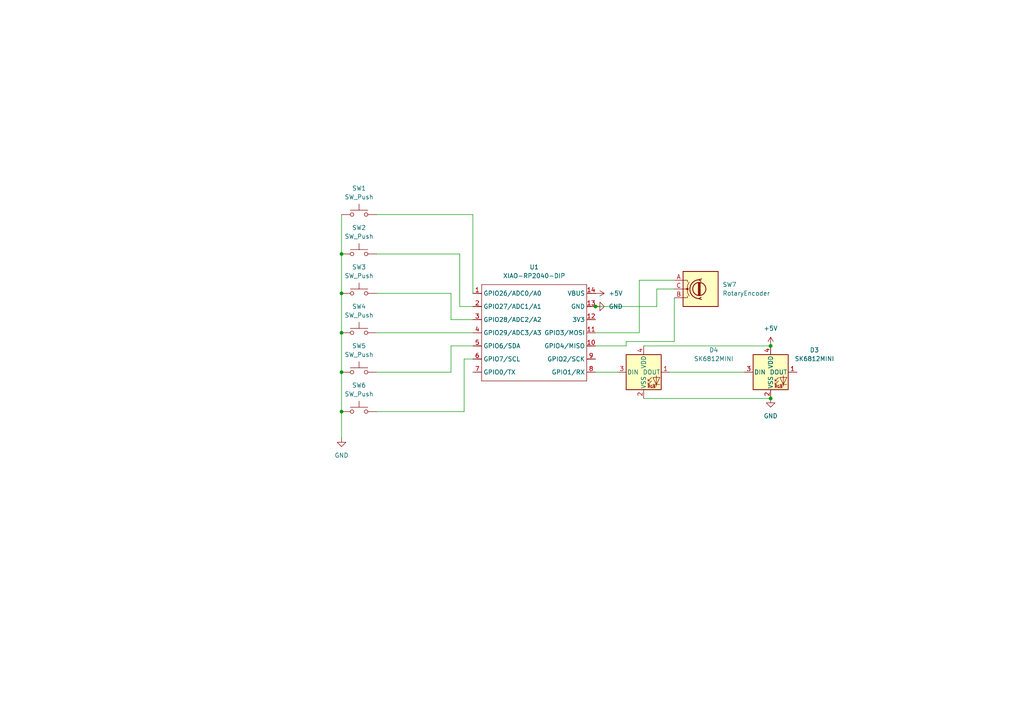
<source format=kicad_sch>
(kicad_sch
	(version 20250114)
	(generator "eeschema")
	(generator_version "9.0")
	(uuid "0b01f52b-698e-4014-aa9b-333e70d4034a")
	(paper "A4")
	(lib_symbols
		(symbol "Device:RotaryEncoder"
			(pin_names
				(offset 0.254)
				(hide yes)
			)
			(exclude_from_sim no)
			(in_bom yes)
			(on_board yes)
			(property "Reference" "SW"
				(at 0 6.604 0)
				(effects
					(font
						(size 1.27 1.27)
					)
				)
			)
			(property "Value" "RotaryEncoder"
				(at 0 -6.604 0)
				(effects
					(font
						(size 1.27 1.27)
					)
				)
			)
			(property "Footprint" ""
				(at -3.81 4.064 0)
				(effects
					(font
						(size 1.27 1.27)
					)
					(hide yes)
				)
			)
			(property "Datasheet" "~"
				(at 0 6.604 0)
				(effects
					(font
						(size 1.27 1.27)
					)
					(hide yes)
				)
			)
			(property "Description" "Rotary encoder, dual channel, incremental quadrate outputs"
				(at 0 0 0)
				(effects
					(font
						(size 1.27 1.27)
					)
					(hide yes)
				)
			)
			(property "ki_keywords" "rotary switch encoder"
				(at 0 0 0)
				(effects
					(font
						(size 1.27 1.27)
					)
					(hide yes)
				)
			)
			(property "ki_fp_filters" "RotaryEncoder*"
				(at 0 0 0)
				(effects
					(font
						(size 1.27 1.27)
					)
					(hide yes)
				)
			)
			(symbol "RotaryEncoder_0_1"
				(rectangle
					(start -5.08 5.08)
					(end 5.08 -5.08)
					(stroke
						(width 0.254)
						(type default)
					)
					(fill
						(type background)
					)
				)
				(polyline
					(pts
						(xy -5.08 2.54) (xy -3.81 2.54) (xy -3.81 2.032)
					)
					(stroke
						(width 0)
						(type default)
					)
					(fill
						(type none)
					)
				)
				(polyline
					(pts
						(xy -5.08 0) (xy -3.81 0) (xy -3.81 -1.016) (xy -3.302 -2.032)
					)
					(stroke
						(width 0)
						(type default)
					)
					(fill
						(type none)
					)
				)
				(polyline
					(pts
						(xy -5.08 -2.54) (xy -3.81 -2.54) (xy -3.81 -2.032)
					)
					(stroke
						(width 0)
						(type default)
					)
					(fill
						(type none)
					)
				)
				(polyline
					(pts
						(xy -4.318 0) (xy -3.81 0) (xy -3.81 1.016) (xy -3.302 2.032)
					)
					(stroke
						(width 0)
						(type default)
					)
					(fill
						(type none)
					)
				)
				(circle
					(center -3.81 0)
					(radius 0.254)
					(stroke
						(width 0)
						(type default)
					)
					(fill
						(type outline)
					)
				)
				(polyline
					(pts
						(xy -0.635 -1.778) (xy -0.635 1.778)
					)
					(stroke
						(width 0.254)
						(type default)
					)
					(fill
						(type none)
					)
				)
				(circle
					(center -0.381 0)
					(radius 1.905)
					(stroke
						(width 0.254)
						(type default)
					)
					(fill
						(type none)
					)
				)
				(polyline
					(pts
						(xy -0.381 -1.778) (xy -0.381 1.778)
					)
					(stroke
						(width 0.254)
						(type default)
					)
					(fill
						(type none)
					)
				)
				(arc
					(start -0.381 -2.794)
					(mid -3.0988 -0.0635)
					(end -0.381 2.667)
					(stroke
						(width 0.254)
						(type default)
					)
					(fill
						(type none)
					)
				)
				(polyline
					(pts
						(xy -0.127 1.778) (xy -0.127 -1.778)
					)
					(stroke
						(width 0.254)
						(type default)
					)
					(fill
						(type none)
					)
				)
				(polyline
					(pts
						(xy 0.254 2.921) (xy -0.508 2.667) (xy 0.127 2.286)
					)
					(stroke
						(width 0.254)
						(type default)
					)
					(fill
						(type none)
					)
				)
				(polyline
					(pts
						(xy 0.254 -3.048) (xy -0.508 -2.794) (xy 0.127 -2.413)
					)
					(stroke
						(width 0.254)
						(type default)
					)
					(fill
						(type none)
					)
				)
			)
			(symbol "RotaryEncoder_1_1"
				(pin passive line
					(at -7.62 2.54 0)
					(length 2.54)
					(name "A"
						(effects
							(font
								(size 1.27 1.27)
							)
						)
					)
					(number "A"
						(effects
							(font
								(size 1.27 1.27)
							)
						)
					)
				)
				(pin passive line
					(at -7.62 0 0)
					(length 2.54)
					(name "C"
						(effects
							(font
								(size 1.27 1.27)
							)
						)
					)
					(number "C"
						(effects
							(font
								(size 1.27 1.27)
							)
						)
					)
				)
				(pin passive line
					(at -7.62 -2.54 0)
					(length 2.54)
					(name "B"
						(effects
							(font
								(size 1.27 1.27)
							)
						)
					)
					(number "B"
						(effects
							(font
								(size 1.27 1.27)
							)
						)
					)
				)
			)
			(embedded_fonts no)
		)
		(symbol "LED:SK6812MINI"
			(pin_names
				(offset 0.254)
			)
			(exclude_from_sim no)
			(in_bom yes)
			(on_board yes)
			(property "Reference" "D"
				(at 5.08 5.715 0)
				(effects
					(font
						(size 1.27 1.27)
					)
					(justify right bottom)
				)
			)
			(property "Value" "SK6812MINI"
				(at 1.27 -5.715 0)
				(effects
					(font
						(size 1.27 1.27)
					)
					(justify left top)
				)
			)
			(property "Footprint" "LED_SMD:LED_SK6812MINI_PLCC4_3.5x3.5mm_P1.75mm"
				(at 1.27 -7.62 0)
				(effects
					(font
						(size 1.27 1.27)
					)
					(justify left top)
					(hide yes)
				)
			)
			(property "Datasheet" "https://cdn-shop.adafruit.com/product-files/2686/SK6812MINI_REV.01-1-2.pdf"
				(at 2.54 -9.525 0)
				(effects
					(font
						(size 1.27 1.27)
					)
					(justify left top)
					(hide yes)
				)
			)
			(property "Description" "RGB LED with integrated controller"
				(at 0 0 0)
				(effects
					(font
						(size 1.27 1.27)
					)
					(hide yes)
				)
			)
			(property "ki_keywords" "RGB LED NeoPixel Mini addressable"
				(at 0 0 0)
				(effects
					(font
						(size 1.27 1.27)
					)
					(hide yes)
				)
			)
			(property "ki_fp_filters" "LED*SK6812MINI*PLCC*3.5x3.5mm*P1.75mm*"
				(at 0 0 0)
				(effects
					(font
						(size 1.27 1.27)
					)
					(hide yes)
				)
			)
			(symbol "SK6812MINI_0_0"
				(text "RGB"
					(at 2.286 -4.191 0)
					(effects
						(font
							(size 0.762 0.762)
						)
					)
				)
			)
			(symbol "SK6812MINI_0_1"
				(polyline
					(pts
						(xy 1.27 -2.54) (xy 1.778 -2.54)
					)
					(stroke
						(width 0)
						(type default)
					)
					(fill
						(type none)
					)
				)
				(polyline
					(pts
						(xy 1.27 -3.556) (xy 1.778 -3.556)
					)
					(stroke
						(width 0)
						(type default)
					)
					(fill
						(type none)
					)
				)
				(polyline
					(pts
						(xy 2.286 -1.524) (xy 1.27 -2.54) (xy 1.27 -2.032)
					)
					(stroke
						(width 0)
						(type default)
					)
					(fill
						(type none)
					)
				)
				(polyline
					(pts
						(xy 2.286 -2.54) (xy 1.27 -3.556) (xy 1.27 -3.048)
					)
					(stroke
						(width 0)
						(type default)
					)
					(fill
						(type none)
					)
				)
				(polyline
					(pts
						(xy 3.683 -1.016) (xy 3.683 -3.556) (xy 3.683 -4.064)
					)
					(stroke
						(width 0)
						(type default)
					)
					(fill
						(type none)
					)
				)
				(polyline
					(pts
						(xy 4.699 -1.524) (xy 2.667 -1.524) (xy 3.683 -3.556) (xy 4.699 -1.524)
					)
					(stroke
						(width 0)
						(type default)
					)
					(fill
						(type none)
					)
				)
				(polyline
					(pts
						(xy 4.699 -3.556) (xy 2.667 -3.556)
					)
					(stroke
						(width 0)
						(type default)
					)
					(fill
						(type none)
					)
				)
				(rectangle
					(start 5.08 5.08)
					(end -5.08 -5.08)
					(stroke
						(width 0.254)
						(type default)
					)
					(fill
						(type background)
					)
				)
			)
			(symbol "SK6812MINI_1_1"
				(pin input line
					(at -7.62 0 0)
					(length 2.54)
					(name "DIN"
						(effects
							(font
								(size 1.27 1.27)
							)
						)
					)
					(number "3"
						(effects
							(font
								(size 1.27 1.27)
							)
						)
					)
				)
				(pin power_in line
					(at 0 7.62 270)
					(length 2.54)
					(name "VDD"
						(effects
							(font
								(size 1.27 1.27)
							)
						)
					)
					(number "4"
						(effects
							(font
								(size 1.27 1.27)
							)
						)
					)
				)
				(pin power_in line
					(at 0 -7.62 90)
					(length 2.54)
					(name "VSS"
						(effects
							(font
								(size 1.27 1.27)
							)
						)
					)
					(number "2"
						(effects
							(font
								(size 1.27 1.27)
							)
						)
					)
				)
				(pin output line
					(at 7.62 0 180)
					(length 2.54)
					(name "DOUT"
						(effects
							(font
								(size 1.27 1.27)
							)
						)
					)
					(number "1"
						(effects
							(font
								(size 1.27 1.27)
							)
						)
					)
				)
			)
			(embedded_fonts no)
		)
		(symbol "OPL:XIAO-RP2040-DIP"
			(exclude_from_sim no)
			(in_bom yes)
			(on_board yes)
			(property "Reference" "U"
				(at 0 0 0)
				(effects
					(font
						(size 1.27 1.27)
					)
				)
			)
			(property "Value" "XIAO-RP2040-DIP"
				(at 5.334 -1.778 0)
				(effects
					(font
						(size 1.27 1.27)
					)
				)
			)
			(property "Footprint" "Module:MOUDLE14P-XIAO-DIP-SMD"
				(at 14.478 -32.258 0)
				(effects
					(font
						(size 1.27 1.27)
					)
					(hide yes)
				)
			)
			(property "Datasheet" ""
				(at 0 0 0)
				(effects
					(font
						(size 1.27 1.27)
					)
					(hide yes)
				)
			)
			(property "Description" ""
				(at 0 0 0)
				(effects
					(font
						(size 1.27 1.27)
					)
					(hide yes)
				)
			)
			(symbol "XIAO-RP2040-DIP_1_0"
				(polyline
					(pts
						(xy -1.27 -2.54) (xy 29.21 -2.54)
					)
					(stroke
						(width 0.1524)
						(type solid)
					)
					(fill
						(type none)
					)
				)
				(polyline
					(pts
						(xy -1.27 -5.08) (xy -2.54 -5.08)
					)
					(stroke
						(width 0.1524)
						(type solid)
					)
					(fill
						(type none)
					)
				)
				(polyline
					(pts
						(xy -1.27 -5.08) (xy -1.27 -2.54)
					)
					(stroke
						(width 0.1524)
						(type solid)
					)
					(fill
						(type none)
					)
				)
				(polyline
					(pts
						(xy -1.27 -8.89) (xy -2.54 -8.89)
					)
					(stroke
						(width 0.1524)
						(type solid)
					)
					(fill
						(type none)
					)
				)
				(polyline
					(pts
						(xy -1.27 -8.89) (xy -1.27 -5.08)
					)
					(stroke
						(width 0.1524)
						(type solid)
					)
					(fill
						(type none)
					)
				)
				(polyline
					(pts
						(xy -1.27 -12.7) (xy -2.54 -12.7)
					)
					(stroke
						(width 0.1524)
						(type solid)
					)
					(fill
						(type none)
					)
				)
				(polyline
					(pts
						(xy -1.27 -12.7) (xy -1.27 -8.89)
					)
					(stroke
						(width 0.1524)
						(type solid)
					)
					(fill
						(type none)
					)
				)
				(polyline
					(pts
						(xy -1.27 -16.51) (xy -2.54 -16.51)
					)
					(stroke
						(width 0.1524)
						(type solid)
					)
					(fill
						(type none)
					)
				)
				(polyline
					(pts
						(xy -1.27 -16.51) (xy -1.27 -12.7)
					)
					(stroke
						(width 0.1524)
						(type solid)
					)
					(fill
						(type none)
					)
				)
				(polyline
					(pts
						(xy -1.27 -20.32) (xy -2.54 -20.32)
					)
					(stroke
						(width 0.1524)
						(type solid)
					)
					(fill
						(type none)
					)
				)
				(polyline
					(pts
						(xy -1.27 -24.13) (xy -2.54 -24.13)
					)
					(stroke
						(width 0.1524)
						(type solid)
					)
					(fill
						(type none)
					)
				)
				(polyline
					(pts
						(xy -1.27 -27.94) (xy -2.54 -27.94)
					)
					(stroke
						(width 0.1524)
						(type solid)
					)
					(fill
						(type none)
					)
				)
				(polyline
					(pts
						(xy -1.27 -30.48) (xy -1.27 -16.51)
					)
					(stroke
						(width 0.1524)
						(type solid)
					)
					(fill
						(type none)
					)
				)
				(polyline
					(pts
						(xy 29.21 -2.54) (xy 29.21 -5.08)
					)
					(stroke
						(width 0.1524)
						(type solid)
					)
					(fill
						(type none)
					)
				)
				(polyline
					(pts
						(xy 29.21 -5.08) (xy 29.21 -8.89)
					)
					(stroke
						(width 0.1524)
						(type solid)
					)
					(fill
						(type none)
					)
				)
				(polyline
					(pts
						(xy 29.21 -8.89) (xy 29.21 -12.7)
					)
					(stroke
						(width 0.1524)
						(type solid)
					)
					(fill
						(type none)
					)
				)
				(polyline
					(pts
						(xy 29.21 -12.7) (xy 29.21 -30.48)
					)
					(stroke
						(width 0.1524)
						(type solid)
					)
					(fill
						(type none)
					)
				)
				(polyline
					(pts
						(xy 29.21 -30.48) (xy -1.27 -30.48)
					)
					(stroke
						(width 0.1524)
						(type solid)
					)
					(fill
						(type none)
					)
				)
				(polyline
					(pts
						(xy 30.48 -5.08) (xy 29.21 -5.08)
					)
					(stroke
						(width 0.1524)
						(type solid)
					)
					(fill
						(type none)
					)
				)
				(polyline
					(pts
						(xy 30.48 -8.89) (xy 29.21 -8.89)
					)
					(stroke
						(width 0.1524)
						(type solid)
					)
					(fill
						(type none)
					)
				)
				(polyline
					(pts
						(xy 30.48 -12.7) (xy 29.21 -12.7)
					)
					(stroke
						(width 0.1524)
						(type solid)
					)
					(fill
						(type none)
					)
				)
				(polyline
					(pts
						(xy 30.48 -16.51) (xy 29.21 -16.51)
					)
					(stroke
						(width 0.1524)
						(type solid)
					)
					(fill
						(type none)
					)
				)
				(polyline
					(pts
						(xy 30.48 -20.32) (xy 29.21 -20.32)
					)
					(stroke
						(width 0.1524)
						(type solid)
					)
					(fill
						(type none)
					)
				)
				(polyline
					(pts
						(xy 30.48 -24.13) (xy 29.21 -24.13)
					)
					(stroke
						(width 0.1524)
						(type solid)
					)
					(fill
						(type none)
					)
				)
				(polyline
					(pts
						(xy 30.48 -27.94) (xy 29.21 -27.94)
					)
					(stroke
						(width 0.1524)
						(type solid)
					)
					(fill
						(type none)
					)
				)
				(pin passive line
					(at -3.81 -5.08 0)
					(length 2.54)
					(name "GPIO26/ADC0/A0"
						(effects
							(font
								(size 1.27 1.27)
							)
						)
					)
					(number "1"
						(effects
							(font
								(size 1.27 1.27)
							)
						)
					)
				)
				(pin passive line
					(at -3.81 -8.89 0)
					(length 2.54)
					(name "GPIO27/ADC1/A1"
						(effects
							(font
								(size 1.27 1.27)
							)
						)
					)
					(number "2"
						(effects
							(font
								(size 1.27 1.27)
							)
						)
					)
				)
				(pin passive line
					(at -3.81 -12.7 0)
					(length 2.54)
					(name "GPIO28/ADC2/A2"
						(effects
							(font
								(size 1.27 1.27)
							)
						)
					)
					(number "3"
						(effects
							(font
								(size 1.27 1.27)
							)
						)
					)
				)
				(pin passive line
					(at -3.81 -16.51 0)
					(length 2.54)
					(name "GPIO29/ADC3/A3"
						(effects
							(font
								(size 1.27 1.27)
							)
						)
					)
					(number "4"
						(effects
							(font
								(size 1.27 1.27)
							)
						)
					)
				)
				(pin passive line
					(at -3.81 -20.32 0)
					(length 2.54)
					(name "GPIO6/SDA"
						(effects
							(font
								(size 1.27 1.27)
							)
						)
					)
					(number "5"
						(effects
							(font
								(size 1.27 1.27)
							)
						)
					)
				)
				(pin passive line
					(at -3.81 -24.13 0)
					(length 2.54)
					(name "GPIO7/SCL"
						(effects
							(font
								(size 1.27 1.27)
							)
						)
					)
					(number "6"
						(effects
							(font
								(size 1.27 1.27)
							)
						)
					)
				)
				(pin passive line
					(at -3.81 -27.94 0)
					(length 2.54)
					(name "GPIO0/TX"
						(effects
							(font
								(size 1.27 1.27)
							)
						)
					)
					(number "7"
						(effects
							(font
								(size 1.27 1.27)
							)
						)
					)
				)
				(pin passive line
					(at 31.75 -5.08 180)
					(length 2.54)
					(name "VBUS"
						(effects
							(font
								(size 1.27 1.27)
							)
						)
					)
					(number "14"
						(effects
							(font
								(size 1.27 1.27)
							)
						)
					)
				)
				(pin passive line
					(at 31.75 -8.89 180)
					(length 2.54)
					(name "GND"
						(effects
							(font
								(size 1.27 1.27)
							)
						)
					)
					(number "13"
						(effects
							(font
								(size 1.27 1.27)
							)
						)
					)
				)
				(pin passive line
					(at 31.75 -12.7 180)
					(length 2.54)
					(name "3V3"
						(effects
							(font
								(size 1.27 1.27)
							)
						)
					)
					(number "12"
						(effects
							(font
								(size 1.27 1.27)
							)
						)
					)
				)
				(pin passive line
					(at 31.75 -16.51 180)
					(length 2.54)
					(name "GPIO3/MOSI"
						(effects
							(font
								(size 1.27 1.27)
							)
						)
					)
					(number "11"
						(effects
							(font
								(size 1.27 1.27)
							)
						)
					)
				)
				(pin passive line
					(at 31.75 -20.32 180)
					(length 2.54)
					(name "GPIO4/MISO"
						(effects
							(font
								(size 1.27 1.27)
							)
						)
					)
					(number "10"
						(effects
							(font
								(size 1.27 1.27)
							)
						)
					)
				)
				(pin passive line
					(at 31.75 -24.13 180)
					(length 2.54)
					(name "GPIO2/SCK"
						(effects
							(font
								(size 1.27 1.27)
							)
						)
					)
					(number "9"
						(effects
							(font
								(size 1.27 1.27)
							)
						)
					)
				)
				(pin passive line
					(at 31.75 -27.94 180)
					(length 2.54)
					(name "GPIO1/RX"
						(effects
							(font
								(size 1.27 1.27)
							)
						)
					)
					(number "8"
						(effects
							(font
								(size 1.27 1.27)
							)
						)
					)
				)
			)
			(embedded_fonts no)
		)
		(symbol "Switch:SW_Push"
			(pin_numbers
				(hide yes)
			)
			(pin_names
				(offset 1.016)
				(hide yes)
			)
			(exclude_from_sim no)
			(in_bom yes)
			(on_board yes)
			(property "Reference" "SW"
				(at 1.27 2.54 0)
				(effects
					(font
						(size 1.27 1.27)
					)
					(justify left)
				)
			)
			(property "Value" "SW_Push"
				(at 0 -1.524 0)
				(effects
					(font
						(size 1.27 1.27)
					)
				)
			)
			(property "Footprint" ""
				(at 0 5.08 0)
				(effects
					(font
						(size 1.27 1.27)
					)
					(hide yes)
				)
			)
			(property "Datasheet" "~"
				(at 0 5.08 0)
				(effects
					(font
						(size 1.27 1.27)
					)
					(hide yes)
				)
			)
			(property "Description" "Push button switch, generic, two pins"
				(at 0 0 0)
				(effects
					(font
						(size 1.27 1.27)
					)
					(hide yes)
				)
			)
			(property "ki_keywords" "switch normally-open pushbutton push-button"
				(at 0 0 0)
				(effects
					(font
						(size 1.27 1.27)
					)
					(hide yes)
				)
			)
			(symbol "SW_Push_0_1"
				(circle
					(center -2.032 0)
					(radius 0.508)
					(stroke
						(width 0)
						(type default)
					)
					(fill
						(type none)
					)
				)
				(polyline
					(pts
						(xy 0 1.27) (xy 0 3.048)
					)
					(stroke
						(width 0)
						(type default)
					)
					(fill
						(type none)
					)
				)
				(circle
					(center 2.032 0)
					(radius 0.508)
					(stroke
						(width 0)
						(type default)
					)
					(fill
						(type none)
					)
				)
				(polyline
					(pts
						(xy 2.54 1.27) (xy -2.54 1.27)
					)
					(stroke
						(width 0)
						(type default)
					)
					(fill
						(type none)
					)
				)
				(pin passive line
					(at -5.08 0 0)
					(length 2.54)
					(name "1"
						(effects
							(font
								(size 1.27 1.27)
							)
						)
					)
					(number "1"
						(effects
							(font
								(size 1.27 1.27)
							)
						)
					)
				)
				(pin passive line
					(at 5.08 0 180)
					(length 2.54)
					(name "2"
						(effects
							(font
								(size 1.27 1.27)
							)
						)
					)
					(number "2"
						(effects
							(font
								(size 1.27 1.27)
							)
						)
					)
				)
			)
			(embedded_fonts no)
		)
		(symbol "power:+5V"
			(power)
			(pin_numbers
				(hide yes)
			)
			(pin_names
				(offset 0)
				(hide yes)
			)
			(exclude_from_sim no)
			(in_bom yes)
			(on_board yes)
			(property "Reference" "#PWR"
				(at 0 -3.81 0)
				(effects
					(font
						(size 1.27 1.27)
					)
					(hide yes)
				)
			)
			(property "Value" "+5V"
				(at 0 3.556 0)
				(effects
					(font
						(size 1.27 1.27)
					)
				)
			)
			(property "Footprint" ""
				(at 0 0 0)
				(effects
					(font
						(size 1.27 1.27)
					)
					(hide yes)
				)
			)
			(property "Datasheet" ""
				(at 0 0 0)
				(effects
					(font
						(size 1.27 1.27)
					)
					(hide yes)
				)
			)
			(property "Description" "Power symbol creates a global label with name \"+5V\""
				(at 0 0 0)
				(effects
					(font
						(size 1.27 1.27)
					)
					(hide yes)
				)
			)
			(property "ki_keywords" "global power"
				(at 0 0 0)
				(effects
					(font
						(size 1.27 1.27)
					)
					(hide yes)
				)
			)
			(symbol "+5V_0_1"
				(polyline
					(pts
						(xy -0.762 1.27) (xy 0 2.54)
					)
					(stroke
						(width 0)
						(type default)
					)
					(fill
						(type none)
					)
				)
				(polyline
					(pts
						(xy 0 2.54) (xy 0.762 1.27)
					)
					(stroke
						(width 0)
						(type default)
					)
					(fill
						(type none)
					)
				)
				(polyline
					(pts
						(xy 0 0) (xy 0 2.54)
					)
					(stroke
						(width 0)
						(type default)
					)
					(fill
						(type none)
					)
				)
			)
			(symbol "+5V_1_1"
				(pin power_in line
					(at 0 0 90)
					(length 0)
					(name "~"
						(effects
							(font
								(size 1.27 1.27)
							)
						)
					)
					(number "1"
						(effects
							(font
								(size 1.27 1.27)
							)
						)
					)
				)
			)
			(embedded_fonts no)
		)
		(symbol "power:GND"
			(power)
			(pin_numbers
				(hide yes)
			)
			(pin_names
				(offset 0)
				(hide yes)
			)
			(exclude_from_sim no)
			(in_bom yes)
			(on_board yes)
			(property "Reference" "#PWR"
				(at 0 -6.35 0)
				(effects
					(font
						(size 1.27 1.27)
					)
					(hide yes)
				)
			)
			(property "Value" "GND"
				(at 0 -3.81 0)
				(effects
					(font
						(size 1.27 1.27)
					)
				)
			)
			(property "Footprint" ""
				(at 0 0 0)
				(effects
					(font
						(size 1.27 1.27)
					)
					(hide yes)
				)
			)
			(property "Datasheet" ""
				(at 0 0 0)
				(effects
					(font
						(size 1.27 1.27)
					)
					(hide yes)
				)
			)
			(property "Description" "Power symbol creates a global label with name \"GND\" , ground"
				(at 0 0 0)
				(effects
					(font
						(size 1.27 1.27)
					)
					(hide yes)
				)
			)
			(property "ki_keywords" "global power"
				(at 0 0 0)
				(effects
					(font
						(size 1.27 1.27)
					)
					(hide yes)
				)
			)
			(symbol "GND_0_1"
				(polyline
					(pts
						(xy 0 0) (xy 0 -1.27) (xy 1.27 -1.27) (xy 0 -2.54) (xy -1.27 -1.27) (xy 0 -1.27)
					)
					(stroke
						(width 0)
						(type default)
					)
					(fill
						(type none)
					)
				)
			)
			(symbol "GND_1_1"
				(pin power_in line
					(at 0 0 270)
					(length 0)
					(name "~"
						(effects
							(font
								(size 1.27 1.27)
							)
						)
					)
					(number "1"
						(effects
							(font
								(size 1.27 1.27)
							)
						)
					)
				)
			)
			(embedded_fonts no)
		)
	)
	(junction
		(at 172.72 88.9)
		(diameter 0)
		(color 0 0 0 0)
		(uuid "137477d1-0f99-4295-9a8e-237702b84d2e")
	)
	(junction
		(at 99.06 96.52)
		(diameter 0)
		(color 0 0 0 0)
		(uuid "64180e43-d7d8-4708-a801-96e909512c48")
	)
	(junction
		(at 223.52 100.33)
		(diameter 0)
		(color 0 0 0 0)
		(uuid "72b0e2f0-b5b7-4aa0-8ffa-880d752ea93a")
	)
	(junction
		(at 99.06 73.66)
		(diameter 0)
		(color 0 0 0 0)
		(uuid "9f20bd8b-a8ad-44c7-846c-012158c12c42")
	)
	(junction
		(at 99.06 107.95)
		(diameter 0)
		(color 0 0 0 0)
		(uuid "dbddfe82-8809-4412-8506-01d72e37edea")
	)
	(junction
		(at 99.06 119.38)
		(diameter 0)
		(color 0 0 0 0)
		(uuid "ea4322d8-5e28-4df9-8e23-efa24eb8fa89")
	)
	(junction
		(at 223.52 115.57)
		(diameter 0)
		(color 0 0 0 0)
		(uuid "f3ab3afc-1ce6-4638-ace8-3fa81e8e7a14")
	)
	(junction
		(at 99.06 85.09)
		(diameter 0)
		(color 0 0 0 0)
		(uuid "f94dc65e-7eaf-453f-9317-588d049508c0")
	)
	(wire
		(pts
			(xy 195.58 99.06) (xy 181.61 99.06)
		)
		(stroke
			(width 0)
			(type default)
		)
		(uuid "068c49ab-0ed5-41ec-985f-78638f79a575")
	)
	(wire
		(pts
			(xy 99.06 119.38) (xy 99.06 127)
		)
		(stroke
			(width 0)
			(type default)
		)
		(uuid "077247dc-eb1c-4d3a-892e-8cc38ae50e97")
	)
	(wire
		(pts
			(xy 195.58 83.82) (xy 190.5 83.82)
		)
		(stroke
			(width 0)
			(type default)
		)
		(uuid "127fc2f5-ea01-45b5-a2d2-a7035e7df40c")
	)
	(wire
		(pts
			(xy 130.81 100.33) (xy 137.16 100.33)
		)
		(stroke
			(width 0)
			(type default)
		)
		(uuid "1d9812d5-e96b-41ce-ac39-85189804f0a3")
	)
	(wire
		(pts
			(xy 190.5 83.82) (xy 190.5 88.9)
		)
		(stroke
			(width 0)
			(type default)
		)
		(uuid "212f91ed-909c-4438-91a1-730e0f83e128")
	)
	(wire
		(pts
			(xy 172.72 88.9) (xy 190.5 88.9)
		)
		(stroke
			(width 0)
			(type default)
		)
		(uuid "23c3faea-0157-41e7-9007-a3d1a2bb7f64")
	)
	(wire
		(pts
			(xy 133.35 88.9) (xy 137.16 88.9)
		)
		(stroke
			(width 0)
			(type default)
		)
		(uuid "253d956c-edab-486e-a3ca-262963beb1c0")
	)
	(wire
		(pts
			(xy 186.69 115.57) (xy 223.52 115.57)
		)
		(stroke
			(width 0)
			(type default)
		)
		(uuid "291c5efb-ec22-4aa8-aee2-27ad6a3c418b")
	)
	(wire
		(pts
			(xy 109.22 119.38) (xy 134.62 119.38)
		)
		(stroke
			(width 0)
			(type default)
		)
		(uuid "2c858b28-38b6-4a3b-b3bc-cfdb7d27e4ff")
	)
	(wire
		(pts
			(xy 137.16 62.23) (xy 137.16 85.09)
		)
		(stroke
			(width 0)
			(type default)
		)
		(uuid "312bcf15-ea29-4173-88f8-07dd011fe091")
	)
	(wire
		(pts
			(xy 194.31 107.95) (xy 215.9 107.95)
		)
		(stroke
			(width 0)
			(type default)
		)
		(uuid "353adefb-4482-45e5-ab9d-392341edfa47")
	)
	(wire
		(pts
			(xy 172.72 107.95) (xy 179.07 107.95)
		)
		(stroke
			(width 0)
			(type default)
		)
		(uuid "411daa0b-0508-4632-afef-c8b7cb60e684")
	)
	(wire
		(pts
			(xy 133.35 73.66) (xy 133.35 88.9)
		)
		(stroke
			(width 0)
			(type default)
		)
		(uuid "41fea459-e4f6-47fa-9e8b-117f9d3ff5df")
	)
	(wire
		(pts
			(xy 195.58 81.28) (xy 185.42 81.28)
		)
		(stroke
			(width 0)
			(type default)
		)
		(uuid "42416d91-c8ed-4f05-9a9f-ee8fff8a19a2")
	)
	(wire
		(pts
			(xy 99.06 96.52) (xy 99.06 107.95)
		)
		(stroke
			(width 0)
			(type default)
		)
		(uuid "5a05a7f1-8388-4c81-8f64-d35a0b9dd220")
	)
	(wire
		(pts
			(xy 195.58 86.36) (xy 195.58 99.06)
		)
		(stroke
			(width 0)
			(type default)
		)
		(uuid "5da8eb33-15e1-4a53-9c1b-3939d65c8ef8")
	)
	(wire
		(pts
			(xy 181.61 99.06) (xy 181.61 100.33)
		)
		(stroke
			(width 0)
			(type default)
		)
		(uuid "5e3fbe85-119b-40c4-9c15-8f5de8d7b898")
	)
	(wire
		(pts
			(xy 109.22 96.52) (xy 137.16 96.52)
		)
		(stroke
			(width 0)
			(type default)
		)
		(uuid "7658fe3a-28e8-4979-897c-91fd29159b7f")
	)
	(wire
		(pts
			(xy 99.06 62.23) (xy 99.06 73.66)
		)
		(stroke
			(width 0)
			(type default)
		)
		(uuid "7bfb65dd-9391-46c1-a779-bcf3317da9cd")
	)
	(wire
		(pts
			(xy 185.42 81.28) (xy 185.42 96.52)
		)
		(stroke
			(width 0)
			(type default)
		)
		(uuid "7ebca89f-c941-4676-ab42-e70c9892df0b")
	)
	(wire
		(pts
			(xy 130.81 92.71) (xy 137.16 92.71)
		)
		(stroke
			(width 0)
			(type default)
		)
		(uuid "818b39c4-5b45-430c-9e88-a401b160d8dc")
	)
	(wire
		(pts
			(xy 109.22 107.95) (xy 130.81 107.95)
		)
		(stroke
			(width 0)
			(type default)
		)
		(uuid "8b2d3a5d-be1a-4d4c-a8a3-c251c63a8d2f")
	)
	(wire
		(pts
			(xy 181.61 100.33) (xy 172.72 100.33)
		)
		(stroke
			(width 0)
			(type default)
		)
		(uuid "9a38ed10-b9bb-4f9f-9a2d-53f2ffe7bb73")
	)
	(wire
		(pts
			(xy 109.22 73.66) (xy 133.35 73.66)
		)
		(stroke
			(width 0)
			(type default)
		)
		(uuid "9cac80bd-ddff-4a98-abc1-a93683cdf23a")
	)
	(wire
		(pts
			(xy 109.22 85.09) (xy 130.81 85.09)
		)
		(stroke
			(width 0)
			(type default)
		)
		(uuid "a03f8fd9-8618-459c-8f71-9d43689b2505")
	)
	(wire
		(pts
			(xy 130.81 107.95) (xy 130.81 100.33)
		)
		(stroke
			(width 0)
			(type default)
		)
		(uuid "aa923136-3a90-4afe-b2ef-f2a013a92d02")
	)
	(wire
		(pts
			(xy 134.62 104.14) (xy 137.16 104.14)
		)
		(stroke
			(width 0)
			(type default)
		)
		(uuid "ac4982ea-47a8-41a3-a2f8-99404a875cd7")
	)
	(wire
		(pts
			(xy 99.06 73.66) (xy 99.06 85.09)
		)
		(stroke
			(width 0)
			(type default)
		)
		(uuid "adbd4c0b-9e78-497c-8946-133e6cb43174")
	)
	(wire
		(pts
			(xy 186.69 100.33) (xy 223.52 100.33)
		)
		(stroke
			(width 0)
			(type default)
		)
		(uuid "c0f2071f-f04c-4d0a-a13c-033590f48197")
	)
	(wire
		(pts
			(xy 99.06 107.95) (xy 99.06 119.38)
		)
		(stroke
			(width 0)
			(type default)
		)
		(uuid "c88eda89-3ab9-40b5-b4e7-addc07320372")
	)
	(wire
		(pts
			(xy 109.22 62.23) (xy 137.16 62.23)
		)
		(stroke
			(width 0)
			(type default)
		)
		(uuid "d6026b89-86e5-4c02-b35b-98745c28c65f")
	)
	(wire
		(pts
			(xy 172.72 96.52) (xy 185.42 96.52)
		)
		(stroke
			(width 0)
			(type default)
		)
		(uuid "de77e08f-a113-477e-927e-b3632caff138")
	)
	(wire
		(pts
			(xy 99.06 85.09) (xy 99.06 96.52)
		)
		(stroke
			(width 0)
			(type default)
		)
		(uuid "e9a7ad0e-b064-4485-ba5c-bec4ab0b8e6f")
	)
	(wire
		(pts
			(xy 134.62 119.38) (xy 134.62 104.14)
		)
		(stroke
			(width 0)
			(type default)
		)
		(uuid "f5d9e2ab-11ba-44df-8647-09ea17dc69c1")
	)
	(wire
		(pts
			(xy 130.81 85.09) (xy 130.81 92.71)
		)
		(stroke
			(width 0)
			(type default)
		)
		(uuid "fbe28d26-777b-4f4f-afa7-42e84683675d")
	)
	(symbol
		(lib_id "power:+5V")
		(at 172.72 85.09 270)
		(unit 1)
		(exclude_from_sim no)
		(in_bom yes)
		(on_board yes)
		(dnp no)
		(fields_autoplaced yes)
		(uuid "020cd847-8605-4bb3-88c0-8f24b2c83182")
		(property "Reference" "#PWR03"
			(at 168.91 85.09 0)
			(effects
				(font
					(size 1.27 1.27)
				)
				(hide yes)
			)
		)
		(property "Value" "+5V"
			(at 176.53 85.0899 90)
			(effects
				(font
					(size 1.27 1.27)
				)
				(justify left)
			)
		)
		(property "Footprint" ""
			(at 172.72 85.09 0)
			(effects
				(font
					(size 1.27 1.27)
				)
				(hide yes)
			)
		)
		(property "Datasheet" ""
			(at 172.72 85.09 0)
			(effects
				(font
					(size 1.27 1.27)
				)
				(hide yes)
			)
		)
		(property "Description" "Power symbol creates a global label with name \"+5V\""
			(at 172.72 85.09 0)
			(effects
				(font
					(size 1.27 1.27)
				)
				(hide yes)
			)
		)
		(pin "1"
			(uuid "99b70b99-fe6f-4d0b-aa4a-a4abb679c9ad")
		)
		(instances
			(project ""
				(path "/0b01f52b-698e-4014-aa9b-333e70d4034a"
					(reference "#PWR03")
					(unit 1)
				)
			)
		)
	)
	(symbol
		(lib_id "Switch:SW_Push")
		(at 104.14 96.52 0)
		(mirror y)
		(unit 1)
		(exclude_from_sim no)
		(in_bom yes)
		(on_board yes)
		(dnp no)
		(uuid "07273cb6-6d1b-428f-b75f-8ba0b39e964b")
		(property "Reference" "SW4"
			(at 104.14 88.9 0)
			(effects
				(font
					(size 1.27 1.27)
				)
			)
		)
		(property "Value" "SW_Push"
			(at 104.14 91.44 0)
			(effects
				(font
					(size 1.27 1.27)
				)
			)
		)
		(property "Footprint" "Button_Switch_Keyboard:SW_Cherry_MX_1.00u_PCB"
			(at 104.14 91.44 0)
			(effects
				(font
					(size 1.27 1.27)
				)
				(hide yes)
			)
		)
		(property "Datasheet" "~"
			(at 104.14 91.44 0)
			(effects
				(font
					(size 1.27 1.27)
				)
				(hide yes)
			)
		)
		(property "Description" "Push button switch, generic, two pins"
			(at 104.14 96.52 0)
			(effects
				(font
					(size 1.27 1.27)
				)
				(hide yes)
			)
		)
		(pin "1"
			(uuid "ee961455-f3c2-4b94-b357-a025e14b3147")
		)
		(pin "2"
			(uuid "fc6b33a2-078a-4b8f-b3b4-9a3c44805d84")
		)
		(instances
			(project ""
				(path "/0b01f52b-698e-4014-aa9b-333e70d4034a"
					(reference "SW4")
					(unit 1)
				)
			)
		)
	)
	(symbol
		(lib_id "LED:SK6812MINI")
		(at 186.69 107.95 0)
		(unit 1)
		(exclude_from_sim no)
		(in_bom yes)
		(on_board yes)
		(dnp no)
		(uuid "15c37764-13ab-4e80-a583-d92e025ed02a")
		(property "Reference" "D4"
			(at 207.01 101.5298 0)
			(effects
				(font
					(size 1.27 1.27)
				)
			)
		)
		(property "Value" "SK6812MINI"
			(at 207.01 104.0698 0)
			(effects
				(font
					(size 1.27 1.27)
				)
			)
		)
		(property "Footprint" "LED_SMD:LED_SK6812MINI_PLCC4_3.5x3.5mm_P1.75mm"
			(at 187.96 115.57 0)
			(effects
				(font
					(size 1.27 1.27)
				)
				(justify left top)
				(hide yes)
			)
		)
		(property "Datasheet" "https://cdn-shop.adafruit.com/product-files/2686/SK6812MINI_REV.01-1-2.pdf"
			(at 189.23 117.475 0)
			(effects
				(font
					(size 1.27 1.27)
				)
				(justify left top)
				(hide yes)
			)
		)
		(property "Description" "RGB LED with integrated controller"
			(at 186.69 107.95 0)
			(effects
				(font
					(size 1.27 1.27)
				)
				(hide yes)
			)
		)
		(pin "4"
			(uuid "b25c9847-4ba2-4696-bc9a-c1b6934fac86")
		)
		(pin "3"
			(uuid "1be92c51-f34d-4d6e-a9bb-833a9e4023d5")
		)
		(pin "1"
			(uuid "bbc9b3f2-7d80-4e8f-af90-745af19743af")
		)
		(pin "2"
			(uuid "83c42945-442a-421f-aa68-ce8fdeabdd1c")
		)
		(instances
			(project ""
				(path "/0b01f52b-698e-4014-aa9b-333e70d4034a"
					(reference "D4")
					(unit 1)
				)
			)
		)
	)
	(symbol
		(lib_id "Device:RotaryEncoder")
		(at 203.2 83.82 0)
		(unit 1)
		(exclude_from_sim no)
		(in_bom yes)
		(on_board yes)
		(dnp no)
		(fields_autoplaced yes)
		(uuid "2acace4a-428c-45f6-b8f0-a130df642c93")
		(property "Reference" "SW7"
			(at 209.55 82.5499 0)
			(effects
				(font
					(size 1.27 1.27)
				)
				(justify left)
			)
		)
		(property "Value" "RotaryEncoder"
			(at 209.55 85.0899 0)
			(effects
				(font
					(size 1.27 1.27)
				)
				(justify left)
			)
		)
		(property "Footprint" "Rotary_Encoder:RotaryEncoder_Alps_EC11E_Vertical_H20mm"
			(at 199.39 79.756 0)
			(effects
				(font
					(size 1.27 1.27)
				)
				(hide yes)
			)
		)
		(property "Datasheet" "~"
			(at 203.2 77.216 0)
			(effects
				(font
					(size 1.27 1.27)
				)
				(hide yes)
			)
		)
		(property "Description" "Rotary encoder, dual channel, incremental quadrate outputs"
			(at 203.2 83.82 0)
			(effects
				(font
					(size 1.27 1.27)
				)
				(hide yes)
			)
		)
		(pin "C"
			(uuid "a586f772-51b5-4f41-bbcc-9b2e59782c34")
		)
		(pin "A"
			(uuid "4b620c1c-54c1-40c7-8728-898d86c1bfc0")
		)
		(pin "B"
			(uuid "1f796e21-e18d-47d7-bd65-69f301a32035")
		)
		(instances
			(project ""
				(path "/0b01f52b-698e-4014-aa9b-333e70d4034a"
					(reference "SW7")
					(unit 1)
				)
			)
		)
	)
	(symbol
		(lib_id "OPL:XIAO-RP2040-DIP")
		(at 140.97 80.01 0)
		(unit 1)
		(exclude_from_sim no)
		(in_bom yes)
		(on_board yes)
		(dnp no)
		(fields_autoplaced yes)
		(uuid "4d3f5558-6344-471f-aa3c-f8b6e3770fb0")
		(property "Reference" "U1"
			(at 154.94 77.47 0)
			(effects
				(font
					(size 1.27 1.27)
				)
			)
		)
		(property "Value" "XIAO-RP2040-DIP"
			(at 154.94 80.01 0)
			(effects
				(font
					(size 1.27 1.27)
				)
			)
		)
		(property "Footprint" "OPL:XIAO-RP2040-DIP"
			(at 155.448 112.268 0)
			(effects
				(font
					(size 1.27 1.27)
				)
				(hide yes)
			)
		)
		(property "Datasheet" ""
			(at 140.97 80.01 0)
			(effects
				(font
					(size 1.27 1.27)
				)
				(hide yes)
			)
		)
		(property "Description" ""
			(at 140.97 80.01 0)
			(effects
				(font
					(size 1.27 1.27)
				)
				(hide yes)
			)
		)
		(pin "14"
			(uuid "b442cd3b-7ffd-4227-8537-1ac57adcff9b")
		)
		(pin "8"
			(uuid "be5de97f-797c-4558-b0e5-e5abc10b8f84")
		)
		(pin "11"
			(uuid "5bc911c0-22bb-4ac9-b941-6a1c63130f37")
		)
		(pin "2"
			(uuid "fd4a1f80-dad0-4618-a5e8-a01237a1d066")
		)
		(pin "4"
			(uuid "5d531b2c-eb0a-4033-ade4-c920dd239091")
		)
		(pin "6"
			(uuid "884b2aed-caf9-4c2a-9354-97acf19a1cc3")
		)
		(pin "5"
			(uuid "30e414c8-e5bb-4470-b064-d4dc853e12d9")
		)
		(pin "7"
			(uuid "c0e35c3b-d865-4cca-a7a0-2fa113f89255")
		)
		(pin "9"
			(uuid "f29f6f0a-c7c7-43ec-807d-044ad71761f2")
		)
		(pin "10"
			(uuid "f3331c27-007f-4ffd-a815-65ae85109cae")
		)
		(pin "1"
			(uuid "25ffc84f-364e-4a98-a67d-b87ad13debc8")
		)
		(pin "13"
			(uuid "7cf362f2-aa5d-4c83-b107-5e9f0c5dba5f")
		)
		(pin "3"
			(uuid "9845aab9-6671-4d44-84e6-444cfbafc026")
		)
		(pin "12"
			(uuid "80632365-f91a-4eb4-906f-96fd527f28cb")
		)
		(instances
			(project ""
				(path "/0b01f52b-698e-4014-aa9b-333e70d4034a"
					(reference "U1")
					(unit 1)
				)
			)
		)
	)
	(symbol
		(lib_id "power:+5V")
		(at 223.52 100.33 0)
		(unit 1)
		(exclude_from_sim no)
		(in_bom yes)
		(on_board yes)
		(dnp no)
		(fields_autoplaced yes)
		(uuid "708b730d-fb9d-46a3-9495-07fee49a15db")
		(property "Reference" "#PWR04"
			(at 223.52 104.14 0)
			(effects
				(font
					(size 1.27 1.27)
				)
				(hide yes)
			)
		)
		(property "Value" "+5V"
			(at 223.52 95.25 0)
			(effects
				(font
					(size 1.27 1.27)
				)
			)
		)
		(property "Footprint" ""
			(at 223.52 100.33 0)
			(effects
				(font
					(size 1.27 1.27)
				)
				(hide yes)
			)
		)
		(property "Datasheet" ""
			(at 223.52 100.33 0)
			(effects
				(font
					(size 1.27 1.27)
				)
				(hide yes)
			)
		)
		(property "Description" "Power symbol creates a global label with name \"+5V\""
			(at 223.52 100.33 0)
			(effects
				(font
					(size 1.27 1.27)
				)
				(hide yes)
			)
		)
		(pin "1"
			(uuid "618c3812-29af-437f-aabe-dc0fc0cb82b4")
		)
		(instances
			(project ""
				(path "/0b01f52b-698e-4014-aa9b-333e70d4034a"
					(reference "#PWR04")
					(unit 1)
				)
			)
		)
	)
	(symbol
		(lib_id "Switch:SW_Push")
		(at 104.14 85.09 0)
		(unit 1)
		(exclude_from_sim no)
		(in_bom yes)
		(on_board yes)
		(dnp no)
		(fields_autoplaced yes)
		(uuid "7a67557e-dbdd-419d-b758-e319263860ff")
		(property "Reference" "SW3"
			(at 104.14 77.47 0)
			(effects
				(font
					(size 1.27 1.27)
				)
			)
		)
		(property "Value" "SW_Push"
			(at 104.14 80.01 0)
			(effects
				(font
					(size 1.27 1.27)
				)
			)
		)
		(property "Footprint" "Button_Switch_Keyboard:SW_Cherry_MX_1.00u_PCB"
			(at 104.14 80.01 0)
			(effects
				(font
					(size 1.27 1.27)
				)
				(hide yes)
			)
		)
		(property "Datasheet" "~"
			(at 104.14 80.01 0)
			(effects
				(font
					(size 1.27 1.27)
				)
				(hide yes)
			)
		)
		(property "Description" "Push button switch, generic, two pins"
			(at 104.14 85.09 0)
			(effects
				(font
					(size 1.27 1.27)
				)
				(hide yes)
			)
		)
		(pin "2"
			(uuid "f2a367a5-61e7-4790-8cf4-b72cb99c7dca")
		)
		(pin "1"
			(uuid "ca9b9e53-7c11-4b64-bbe7-07dc3d0573c2")
		)
		(instances
			(project ""
				(path "/0b01f52b-698e-4014-aa9b-333e70d4034a"
					(reference "SW3")
					(unit 1)
				)
			)
		)
	)
	(symbol
		(lib_id "Switch:SW_Push")
		(at 104.14 119.38 0)
		(unit 1)
		(exclude_from_sim no)
		(in_bom yes)
		(on_board yes)
		(dnp no)
		(fields_autoplaced yes)
		(uuid "7c0d4529-b18c-407d-884f-94e38ff98210")
		(property "Reference" "SW6"
			(at 104.14 111.76 0)
			(effects
				(font
					(size 1.27 1.27)
				)
			)
		)
		(property "Value" "SW_Push"
			(at 104.14 114.3 0)
			(effects
				(font
					(size 1.27 1.27)
				)
			)
		)
		(property "Footprint" "Button_Switch_Keyboard:SW_Cherry_MX_1.00u_PCB"
			(at 104.14 114.3 0)
			(effects
				(font
					(size 1.27 1.27)
				)
				(hide yes)
			)
		)
		(property "Datasheet" "~"
			(at 104.14 114.3 0)
			(effects
				(font
					(size 1.27 1.27)
				)
				(hide yes)
			)
		)
		(property "Description" "Push button switch, generic, two pins"
			(at 104.14 119.38 0)
			(effects
				(font
					(size 1.27 1.27)
				)
				(hide yes)
			)
		)
		(pin "2"
			(uuid "57b9f828-089f-41f9-bc4c-b593dcf9877b")
		)
		(pin "1"
			(uuid "e797a89a-da41-4cc0-b140-3d311bea7bc3")
		)
		(instances
			(project ""
				(path "/0b01f52b-698e-4014-aa9b-333e70d4034a"
					(reference "SW6")
					(unit 1)
				)
			)
		)
	)
	(symbol
		(lib_id "Switch:SW_Push")
		(at 104.14 73.66 0)
		(mirror y)
		(unit 1)
		(exclude_from_sim no)
		(in_bom yes)
		(on_board yes)
		(dnp no)
		(uuid "9885c71a-6cf8-4daa-b56c-69b0e24d22fa")
		(property "Reference" "SW2"
			(at 104.14 66.04 0)
			(effects
				(font
					(size 1.27 1.27)
				)
			)
		)
		(property "Value" "SW_Push"
			(at 104.14 68.58 0)
			(effects
				(font
					(size 1.27 1.27)
				)
			)
		)
		(property "Footprint" "Button_Switch_Keyboard:SW_Cherry_MX_1.00u_PCB"
			(at 104.14 68.58 0)
			(effects
				(font
					(size 1.27 1.27)
				)
				(hide yes)
			)
		)
		(property "Datasheet" "~"
			(at 104.14 68.58 0)
			(effects
				(font
					(size 1.27 1.27)
				)
				(hide yes)
			)
		)
		(property "Description" "Push button switch, generic, two pins"
			(at 104.14 73.66 0)
			(effects
				(font
					(size 1.27 1.27)
				)
				(hide yes)
			)
		)
		(pin "2"
			(uuid "36c592f1-f157-40fc-9a46-9e399515c89c")
		)
		(pin "1"
			(uuid "518c58fe-d75e-433d-a813-90cf952af560")
		)
		(instances
			(project ""
				(path "/0b01f52b-698e-4014-aa9b-333e70d4034a"
					(reference "SW2")
					(unit 1)
				)
			)
		)
	)
	(symbol
		(lib_id "LED:SK6812MINI")
		(at 223.52 107.95 0)
		(unit 1)
		(exclude_from_sim no)
		(in_bom yes)
		(on_board yes)
		(dnp no)
		(fields_autoplaced yes)
		(uuid "a1612e7e-f40b-4606-b91e-bcd572fd0e9d")
		(property "Reference" "D3"
			(at 236.22 101.5298 0)
			(effects
				(font
					(size 1.27 1.27)
				)
			)
		)
		(property "Value" "SK6812MINI"
			(at 236.22 104.0698 0)
			(effects
				(font
					(size 1.27 1.27)
				)
			)
		)
		(property "Footprint" "LED_SMD:LED_SK6812MINI_PLCC4_3.5x3.5mm_P1.75mm"
			(at 224.79 115.57 0)
			(effects
				(font
					(size 1.27 1.27)
				)
				(justify left top)
				(hide yes)
			)
		)
		(property "Datasheet" "https://cdn-shop.adafruit.com/product-files/2686/SK6812MINI_REV.01-1-2.pdf"
			(at 226.06 117.475 0)
			(effects
				(font
					(size 1.27 1.27)
				)
				(justify left top)
				(hide yes)
			)
		)
		(property "Description" "RGB LED with integrated controller"
			(at 223.52 107.95 0)
			(effects
				(font
					(size 1.27 1.27)
				)
				(hide yes)
			)
		)
		(pin "2"
			(uuid "5ea743a3-f11b-4bfb-bfb4-4bafcf7d19fe")
		)
		(pin "1"
			(uuid "2cc4e990-0b0e-47d1-9e17-e3eea53a14e2")
		)
		(pin "4"
			(uuid "2b064786-0dac-4ea9-b746-c61a86da6784")
		)
		(pin "3"
			(uuid "5d26f099-2f46-438a-855e-e073e7f07665")
		)
		(instances
			(project ""
				(path "/0b01f52b-698e-4014-aa9b-333e70d4034a"
					(reference "D3")
					(unit 1)
				)
			)
		)
	)
	(symbol
		(lib_id "Switch:SW_Push")
		(at 104.14 62.23 0)
		(unit 1)
		(exclude_from_sim no)
		(in_bom yes)
		(on_board yes)
		(dnp no)
		(uuid "ac857088-f6c2-4b98-8753-4ca656e7f3f1")
		(property "Reference" "SW1"
			(at 104.14 54.61 0)
			(effects
				(font
					(size 1.27 1.27)
				)
			)
		)
		(property "Value" "SW_Push"
			(at 104.14 57.15 0)
			(effects
				(font
					(size 1.27 1.27)
				)
			)
		)
		(property "Footprint" "Button_Switch_Keyboard:SW_Cherry_MX_1.00u_PCB"
			(at 104.14 57.15 0)
			(effects
				(font
					(size 1.27 1.27)
				)
				(hide yes)
			)
		)
		(property "Datasheet" "~"
			(at 104.14 57.15 0)
			(effects
				(font
					(size 1.27 1.27)
				)
				(hide yes)
			)
		)
		(property "Description" "Push button switch, generic, two pins"
			(at 104.14 62.23 0)
			(effects
				(font
					(size 1.27 1.27)
				)
				(hide yes)
			)
		)
		(pin "1"
			(uuid "0aa4c49d-ec33-40e1-83f5-bfd09b053d2f")
		)
		(pin "2"
			(uuid "9611b013-94a7-47be-a67f-dc1174991f88")
		)
		(instances
			(project ""
				(path "/0b01f52b-698e-4014-aa9b-333e70d4034a"
					(reference "SW1")
					(unit 1)
				)
			)
		)
	)
	(symbol
		(lib_id "power:GND")
		(at 223.52 115.57 0)
		(unit 1)
		(exclude_from_sim no)
		(in_bom yes)
		(on_board yes)
		(dnp no)
		(fields_autoplaced yes)
		(uuid "c33b3fab-2296-46c2-a986-9ccdeb72d103")
		(property "Reference" "#PWR05"
			(at 223.52 121.92 0)
			(effects
				(font
					(size 1.27 1.27)
				)
				(hide yes)
			)
		)
		(property "Value" "GND"
			(at 223.52 120.65 0)
			(effects
				(font
					(size 1.27 1.27)
				)
			)
		)
		(property "Footprint" ""
			(at 223.52 115.57 0)
			(effects
				(font
					(size 1.27 1.27)
				)
				(hide yes)
			)
		)
		(property "Datasheet" ""
			(at 223.52 115.57 0)
			(effects
				(font
					(size 1.27 1.27)
				)
				(hide yes)
			)
		)
		(property "Description" "Power symbol creates a global label with name \"GND\" , ground"
			(at 223.52 115.57 0)
			(effects
				(font
					(size 1.27 1.27)
				)
				(hide yes)
			)
		)
		(pin "1"
			(uuid "060d2d72-3f86-41c8-8fbf-52deedceeedf")
		)
		(instances
			(project ""
				(path "/0b01f52b-698e-4014-aa9b-333e70d4034a"
					(reference "#PWR05")
					(unit 1)
				)
			)
		)
	)
	(symbol
		(lib_id "power:GND")
		(at 172.72 88.9 90)
		(unit 1)
		(exclude_from_sim no)
		(in_bom yes)
		(on_board yes)
		(dnp no)
		(fields_autoplaced yes)
		(uuid "c820d7f4-c5dd-440f-b07c-778ba4106eee")
		(property "Reference" "#PWR02"
			(at 179.07 88.9 0)
			(effects
				(font
					(size 1.27 1.27)
				)
				(hide yes)
			)
		)
		(property "Value" "GND"
			(at 176.53 88.8999 90)
			(effects
				(font
					(size 1.27 1.27)
				)
				(justify right)
			)
		)
		(property "Footprint" ""
			(at 172.72 88.9 0)
			(effects
				(font
					(size 1.27 1.27)
				)
				(hide yes)
			)
		)
		(property "Datasheet" ""
			(at 172.72 88.9 0)
			(effects
				(font
					(size 1.27 1.27)
				)
				(hide yes)
			)
		)
		(property "Description" "Power symbol creates a global label with name \"GND\" , ground"
			(at 172.72 88.9 0)
			(effects
				(font
					(size 1.27 1.27)
				)
				(hide yes)
			)
		)
		(pin "1"
			(uuid "4797de3d-1479-4939-b0d6-604c229afe8f")
		)
		(instances
			(project ""
				(path "/0b01f52b-698e-4014-aa9b-333e70d4034a"
					(reference "#PWR02")
					(unit 1)
				)
			)
		)
	)
	(symbol
		(lib_id "power:GND")
		(at 99.06 127 0)
		(unit 1)
		(exclude_from_sim no)
		(in_bom yes)
		(on_board yes)
		(dnp no)
		(fields_autoplaced yes)
		(uuid "e69463c2-ad56-4b0c-975a-6926e7a6e2df")
		(property "Reference" "#PWR01"
			(at 99.06 133.35 0)
			(effects
				(font
					(size 1.27 1.27)
				)
				(hide yes)
			)
		)
		(property "Value" "GND"
			(at 99.06 132.08 0)
			(effects
				(font
					(size 1.27 1.27)
				)
			)
		)
		(property "Footprint" ""
			(at 99.06 127 0)
			(effects
				(font
					(size 1.27 1.27)
				)
				(hide yes)
			)
		)
		(property "Datasheet" ""
			(at 99.06 127 0)
			(effects
				(font
					(size 1.27 1.27)
				)
				(hide yes)
			)
		)
		(property "Description" "Power symbol creates a global label with name \"GND\" , ground"
			(at 99.06 127 0)
			(effects
				(font
					(size 1.27 1.27)
				)
				(hide yes)
			)
		)
		(pin "1"
			(uuid "c5df952e-34e2-46fd-a2c2-85d6feff52d6")
		)
		(instances
			(project ""
				(path "/0b01f52b-698e-4014-aa9b-333e70d4034a"
					(reference "#PWR01")
					(unit 1)
				)
			)
		)
	)
	(symbol
		(lib_id "Switch:SW_Push")
		(at 104.14 107.95 0)
		(mirror y)
		(unit 1)
		(exclude_from_sim no)
		(in_bom yes)
		(on_board yes)
		(dnp no)
		(uuid "fd74a7a0-2878-473b-a6ca-84caafbc9323")
		(property "Reference" "SW5"
			(at 104.14 100.33 0)
			(effects
				(font
					(size 1.27 1.27)
				)
			)
		)
		(property "Value" "SW_Push"
			(at 104.14 102.87 0)
			(effects
				(font
					(size 1.27 1.27)
				)
			)
		)
		(property "Footprint" "Button_Switch_Keyboard:SW_Cherry_MX_1.00u_PCB"
			(at 104.14 102.87 0)
			(effects
				(font
					(size 1.27 1.27)
				)
				(hide yes)
			)
		)
		(property "Datasheet" "~"
			(at 104.14 102.87 0)
			(effects
				(font
					(size 1.27 1.27)
				)
				(hide yes)
			)
		)
		(property "Description" "Push button switch, generic, two pins"
			(at 104.14 107.95 0)
			(effects
				(font
					(size 1.27 1.27)
				)
				(hide yes)
			)
		)
		(pin "2"
			(uuid "e7b26425-ad9c-45af-8ff3-50a946034bfa")
		)
		(pin "1"
			(uuid "d5badfe0-4c70-487f-8549-02f0eebf6659")
		)
		(instances
			(project ""
				(path "/0b01f52b-698e-4014-aa9b-333e70d4034a"
					(reference "SW5")
					(unit 1)
				)
			)
		)
	)
	(sheet_instances
		(path "/"
			(page "1")
		)
	)
	(embedded_fonts no)
)

</source>
